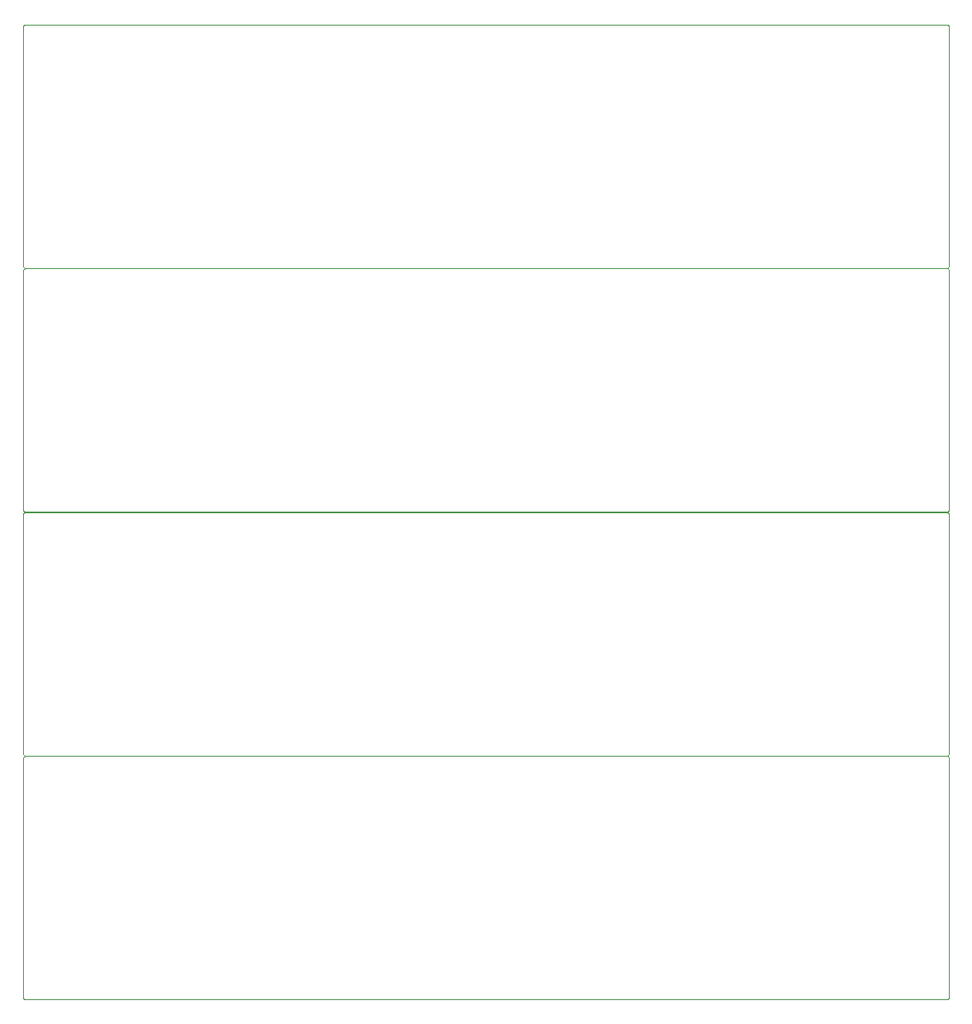
<source format=gbp>
G75*
G70*
%OFA0B0*%
%FSLAX24Y24*%
%IPPOS*%
%LPD*%
%AMOC8*
5,1,8,0,0,1.08239X$1,22.5*
%
%ADD10C,0.0000*%
D10*
X000800Y000900D02*
X000800Y010543D01*
X000802Y010560D01*
X000806Y010577D01*
X000813Y010593D01*
X000823Y010607D01*
X000836Y010620D01*
X000850Y010630D01*
X000866Y010637D01*
X000883Y010641D01*
X000900Y010643D01*
X038102Y010643D01*
X038102Y010650D02*
X000900Y010650D01*
X000883Y010652D01*
X000866Y010656D01*
X000850Y010663D01*
X000836Y010673D01*
X000823Y010686D01*
X000813Y010700D01*
X000806Y010716D01*
X000802Y010733D01*
X000800Y010750D01*
X000800Y020393D01*
X000802Y020410D01*
X000806Y020427D01*
X000813Y020443D01*
X000823Y020457D01*
X000836Y020470D01*
X000850Y020480D01*
X000866Y020487D01*
X000883Y020491D01*
X000900Y020493D01*
X038102Y020493D01*
X038102Y020500D02*
X000900Y020500D01*
X000883Y020502D01*
X000866Y020506D01*
X000850Y020513D01*
X000836Y020523D01*
X000823Y020536D01*
X000813Y020550D01*
X000806Y020566D01*
X000802Y020583D01*
X000800Y020600D01*
X000800Y030243D01*
X000802Y030260D01*
X000806Y030277D01*
X000813Y030293D01*
X000823Y030307D01*
X000836Y030320D01*
X000850Y030330D01*
X000866Y030337D01*
X000883Y030341D01*
X000900Y030343D01*
X038102Y030343D01*
X038102Y030350D02*
X000900Y030350D01*
X000883Y030352D01*
X000866Y030356D01*
X000850Y030363D01*
X000836Y030373D01*
X000823Y030386D01*
X000813Y030400D01*
X000806Y030416D01*
X000802Y030433D01*
X000800Y030450D01*
X000800Y040093D01*
X000802Y040110D01*
X000806Y040127D01*
X000813Y040143D01*
X000823Y040157D01*
X000836Y040170D01*
X000850Y040180D01*
X000866Y040187D01*
X000883Y040191D01*
X000900Y040193D01*
X038102Y040193D01*
X038119Y040191D01*
X038136Y040187D01*
X038152Y040180D01*
X038166Y040170D01*
X038179Y040157D01*
X038189Y040143D01*
X038196Y040127D01*
X038200Y040110D01*
X038202Y040093D01*
X038202Y030450D01*
X038200Y030433D01*
X038196Y030416D01*
X038189Y030400D01*
X038179Y030386D01*
X038166Y030373D01*
X038152Y030363D01*
X038136Y030356D01*
X038119Y030352D01*
X038102Y030350D01*
X038102Y030343D02*
X038119Y030341D01*
X038136Y030337D01*
X038152Y030330D01*
X038166Y030320D01*
X038179Y030307D01*
X038189Y030293D01*
X038196Y030277D01*
X038200Y030260D01*
X038202Y030243D01*
X038202Y020600D01*
X038200Y020583D01*
X038196Y020566D01*
X038189Y020550D01*
X038179Y020536D01*
X038166Y020523D01*
X038152Y020513D01*
X038136Y020506D01*
X038119Y020502D01*
X038102Y020500D01*
X038102Y020493D02*
X038119Y020491D01*
X038136Y020487D01*
X038152Y020480D01*
X038166Y020470D01*
X038179Y020457D01*
X038189Y020443D01*
X038196Y020427D01*
X038200Y020410D01*
X038202Y020393D01*
X038202Y010750D01*
X038200Y010733D01*
X038196Y010716D01*
X038189Y010700D01*
X038179Y010686D01*
X038166Y010673D01*
X038152Y010663D01*
X038136Y010656D01*
X038119Y010652D01*
X038102Y010650D01*
X038102Y010643D02*
X038119Y010641D01*
X038136Y010637D01*
X038152Y010630D01*
X038166Y010620D01*
X038179Y010607D01*
X038189Y010593D01*
X038196Y010577D01*
X038200Y010560D01*
X038202Y010543D01*
X038202Y000900D01*
X038200Y000883D01*
X038196Y000866D01*
X038189Y000850D01*
X038179Y000836D01*
X038166Y000823D01*
X038152Y000813D01*
X038136Y000806D01*
X038119Y000802D01*
X038102Y000800D01*
X000900Y000800D01*
X000883Y000802D01*
X000866Y000806D01*
X000850Y000813D01*
X000836Y000823D01*
X000823Y000836D01*
X000813Y000850D01*
X000806Y000866D01*
X000802Y000883D01*
X000800Y000900D01*
M02*

</source>
